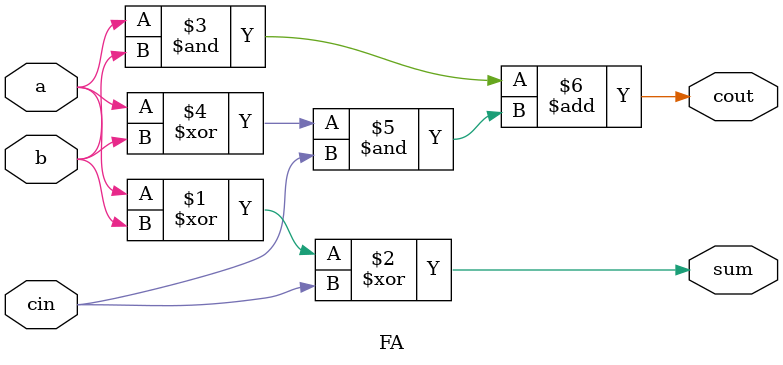
<source format=v>
`timescale 1ns / 1ps
module FA(a,b,cin,sum,cout);

	input a,b,cin;
	output sum,cout;
	
	wire sum,cout;
	
	assign sum = (a^b)^cin;
	assign cout = (a&b)+((a^b)&cin);
	
endmodule

</source>
